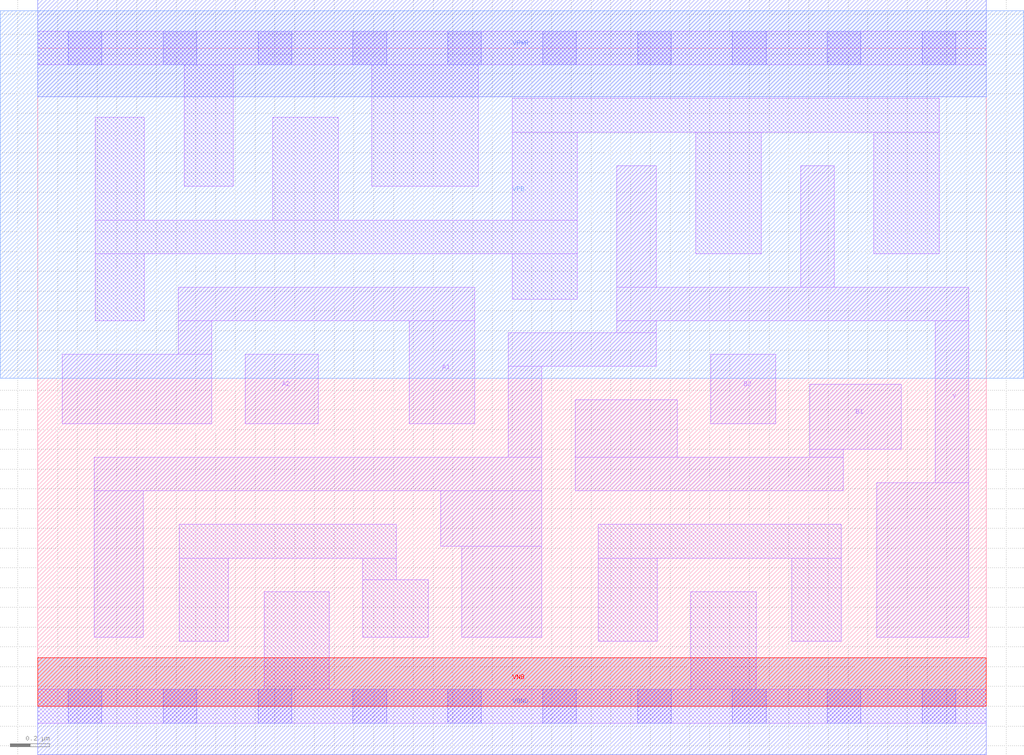
<source format=lef>
# Copyright 2020 The SkyWater PDK Authors
#
# Licensed under the Apache License, Version 2.0 (the "License");
# you may not use this file except in compliance with the License.
# You may obtain a copy of the License at
#
#     https://www.apache.org/licenses/LICENSE-2.0
#
# Unless required by applicable law or agreed to in writing, software
# distributed under the License is distributed on an "AS IS" BASIS,
# WITHOUT WARRANTIES OR CONDITIONS OF ANY KIND, either express or implied.
# See the License for the specific language governing permissions and
# limitations under the License.
#
# SPDX-License-Identifier: Apache-2.0

VERSION 5.7 ;
  NOWIREEXTENSIONATPIN ON ;
  DIVIDERCHAR "/" ;
  BUSBITCHARS "[]" ;
MACRO sky130_fd_sc_hs__a22oi_2
  CLASS CORE ;
  FOREIGN sky130_fd_sc_hs__a22oi_2 ;
  ORIGIN  0.000000  0.000000 ;
  SIZE  4.800000 BY  3.330000 ;
  SYMMETRY X Y ;
  SITE unit ;
  PIN A1
    ANTENNAGATEAREA  0.558000 ;
    DIRECTION INPUT ;
    USE SIGNAL ;
    PORT
      LAYER li1 ;
        RECT 0.125000 1.430000 0.880000 1.780000 ;
        RECT 0.710000 1.780000 0.880000 1.950000 ;
        RECT 0.710000 1.950000 2.210000 2.120000 ;
        RECT 1.880000 1.430000 2.210000 1.950000 ;
    END
  END A1
  PIN A2
    ANTENNAGATEAREA  0.558000 ;
    DIRECTION INPUT ;
    USE SIGNAL ;
    PORT
      LAYER li1 ;
        RECT 1.050000 1.430000 1.420000 1.780000 ;
    END
  END A2
  PIN B1
    ANTENNAGATEAREA  0.558000 ;
    DIRECTION INPUT ;
    USE SIGNAL ;
    PORT
      LAYER li1 ;
        RECT 2.720000 1.090000 4.075000 1.260000 ;
        RECT 2.720000 1.260000 3.235000 1.550000 ;
        RECT 3.905000 1.260000 4.075000 1.300000 ;
        RECT 3.905000 1.300000 4.370000 1.630000 ;
    END
  END B1
  PIN B2
    ANTENNAGATEAREA  0.558000 ;
    DIRECTION INPUT ;
    USE SIGNAL ;
    PORT
      LAYER li1 ;
        RECT 3.405000 1.430000 3.735000 1.780000 ;
    END
  END B2
  PIN Y
    ANTENNADIFFAREA  1.497400 ;
    DIRECTION OUTPUT ;
    USE SIGNAL ;
    PORT
      LAYER li1 ;
        RECT 0.285000 0.350000 0.535000 1.090000 ;
        RECT 0.285000 1.090000 2.550000 1.260000 ;
        RECT 2.040000 0.810000 2.550000 1.090000 ;
        RECT 2.145000 0.350000 2.550000 0.810000 ;
        RECT 2.380000 1.260000 2.550000 1.720000 ;
        RECT 2.380000 1.720000 3.130000 1.890000 ;
        RECT 2.930000 1.890000 3.130000 1.950000 ;
        RECT 2.930000 1.950000 4.710000 2.120000 ;
        RECT 2.930000 2.120000 3.130000 2.735000 ;
        RECT 3.860000 2.120000 4.030000 2.735000 ;
        RECT 4.245000 0.350000 4.710000 1.130000 ;
        RECT 4.540000 1.130000 4.710000 1.950000 ;
    END
  END Y
  PIN VGND
    DIRECTION INOUT ;
    USE GROUND ;
    PORT
      LAYER met1 ;
        RECT 0.000000 -0.245000 4.800000 0.245000 ;
    END
  END VGND
  PIN VNB
    DIRECTION INOUT ;
    USE GROUND ;
    PORT
      LAYER pwell ;
        RECT 0.000000 0.000000 4.800000 0.245000 ;
    END
  END VNB
  PIN VPB
    DIRECTION INOUT ;
    USE POWER ;
    PORT
      LAYER nwell ;
        RECT -0.190000 1.660000 4.990000 3.520000 ;
    END
  END VPB
  PIN VPWR
    DIRECTION INOUT ;
    USE POWER ;
    PORT
      LAYER met1 ;
        RECT 0.000000 3.085000 4.800000 3.575000 ;
    END
  END VPWR
  OBS
    LAYER li1 ;
      RECT 0.000000 -0.085000 4.800000 0.085000 ;
      RECT 0.000000  3.245000 4.800000 3.415000 ;
      RECT 0.290000  1.950000 0.540000 2.290000 ;
      RECT 0.290000  2.290000 2.730000 2.460000 ;
      RECT 0.290000  2.460000 0.540000 2.980000 ;
      RECT 0.715000  0.330000 0.965000 0.750000 ;
      RECT 0.715000  0.750000 1.815000 0.920000 ;
      RECT 0.740000  2.630000 0.990000 3.245000 ;
      RECT 1.145000  0.085000 1.475000 0.580000 ;
      RECT 1.190000  2.460000 1.520000 2.980000 ;
      RECT 1.645000  0.350000 1.975000 0.640000 ;
      RECT 1.645000  0.640000 1.815000 0.750000 ;
      RECT 1.690000  2.630000 2.230000 3.245000 ;
      RECT 2.400000  2.060000 2.730000 2.290000 ;
      RECT 2.400000  2.460000 2.730000 2.905000 ;
      RECT 2.400000  2.905000 4.560000 3.075000 ;
      RECT 2.835000  0.330000 3.135000 0.750000 ;
      RECT 2.835000  0.750000 4.065000 0.920000 ;
      RECT 3.305000  0.085000 3.635000 0.580000 ;
      RECT 3.330000  2.290000 3.660000 2.905000 ;
      RECT 3.815000  0.330000 4.065000 0.750000 ;
      RECT 4.230000  2.290000 4.560000 2.905000 ;
    LAYER mcon ;
      RECT 0.155000 -0.085000 0.325000 0.085000 ;
      RECT 0.155000  3.245000 0.325000 3.415000 ;
      RECT 0.635000 -0.085000 0.805000 0.085000 ;
      RECT 0.635000  3.245000 0.805000 3.415000 ;
      RECT 1.115000 -0.085000 1.285000 0.085000 ;
      RECT 1.115000  3.245000 1.285000 3.415000 ;
      RECT 1.595000 -0.085000 1.765000 0.085000 ;
      RECT 1.595000  3.245000 1.765000 3.415000 ;
      RECT 2.075000 -0.085000 2.245000 0.085000 ;
      RECT 2.075000  3.245000 2.245000 3.415000 ;
      RECT 2.555000 -0.085000 2.725000 0.085000 ;
      RECT 2.555000  3.245000 2.725000 3.415000 ;
      RECT 3.035000 -0.085000 3.205000 0.085000 ;
      RECT 3.035000  3.245000 3.205000 3.415000 ;
      RECT 3.515000 -0.085000 3.685000 0.085000 ;
      RECT 3.515000  3.245000 3.685000 3.415000 ;
      RECT 3.995000 -0.085000 4.165000 0.085000 ;
      RECT 3.995000  3.245000 4.165000 3.415000 ;
      RECT 4.475000 -0.085000 4.645000 0.085000 ;
      RECT 4.475000  3.245000 4.645000 3.415000 ;
  END
END sky130_fd_sc_hs__a22oi_2
END LIBRARY

</source>
